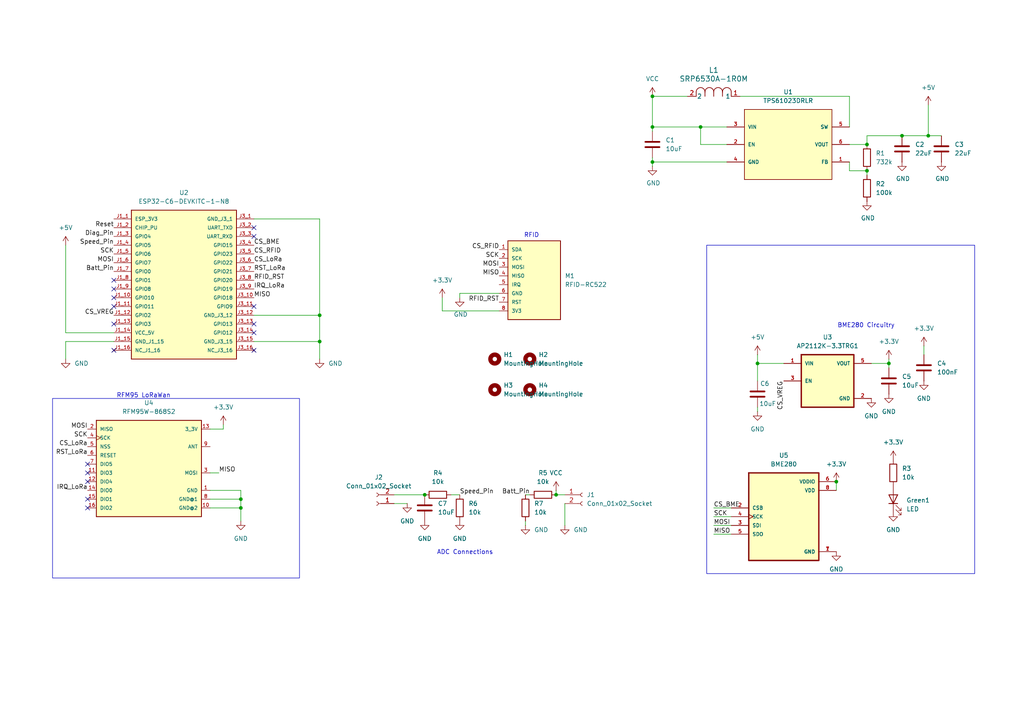
<source format=kicad_sch>
(kicad_sch (version 20250114) (generator "eeschema") (generator_version "9.0")
  (paper "A4")
  (lib_symbols
    (symbol "2026-01-14_17-50-11:SRP6530A-1R0M" (pin_names (offset 0.254))
      (property "Reference" "L" (at 6.985 5.08 0))
      (property "Value" "SRP6530A-1R0M" (at 6.985 -2.54 0))
      (symbol "SRP6530A-1R0M_1_1"
        (polyline (pts (xy 2.54 0) (xy 2.54 1.27)) (stroke (width 0.2032)))
        (arc (start 2.54 1.27) (mid 3.81 2.5344) (end 5.08 1.27) (stroke (width 0.2032)))
        (polyline (pts (xy 5.08 0) (xy 5.08 1.27)) (stroke (width 0.2032)))
        (arc (start 5.08 1.27) (mid 6.35 2.5344) (end 7.62 1.27) (stroke (width 0.2032)))
        (polyline (pts (xy 7.62 0) (xy 7.62 1.27)) (stroke (width 0.2032)))
        (arc (start 7.62 1.27) (mid 8.89 2.5344) (end 10.16 1.27) (stroke (width 0.2032)))
        (polyline (pts (xy 10.16 0) (xy 10.16 1.27)) (stroke (width 0.2032)))
        (arc (start 10.16 1.27) (mid 11.43 2.5344) (end 12.7 1.27) (stroke (width 0.2032)))
        (polyline (pts (xy 12.7 0) (xy 12.7 1.27)) (stroke (width 0.2032)))
        (pin unspecified line (at 0 0 0) (length 2.54) (name "2") (number "2"))
        (pin unspecified line (at 15.24 0 180) (length 2.54) (name "1") (number "1"))
      )
      (symbol "SRP6530A-1R0M_1_2"
        (arc (start -1.27 10.16) (mid -2.5344 11.43) (end -1.27 12.7) (stroke (width 0.2032)))
        (arc (start -1.27 7.62) (mid -2.5344 8.89) (end -1.27 10.16) (stroke (width 0.2032)))
        (arc (start -1.27 5.08) (mid -2.5344 6.35) (end -1.27 7.62) (stroke (width 0.2032)))
        (arc (start -1.27 2.54) (mid -2.5344 3.81) (end -1.27 5.08) (stroke (width 0.2032)))
        (polyline (pts (xy 0 12.7) (xy -1.27 12.7)) (stroke (width 0.2032)))
        (polyline (pts (xy 0 10.16) (xy -1.27 10.16)) (stroke (width 0.2032)))
        (polyline (pts (xy 0 7.62) (xy -1.27 7.62)) (stroke (width 0.2032)))
        (polyline (pts (xy 0 5.08) (xy -1.27 5.08)) (stroke (width 0.2032)))
        (polyline (pts (xy 0 2.54) (xy -1.27 2.54)) (stroke (width 0.2032)))
        (pin unspecified line (at 0 15.24 270) (length 2.54) (name "1") (number "1"))
        (pin unspecified line (at 0 0 90) (length 2.54) (name "2") (number "2"))
      )
    )
    (symbol "AP2112K-3.3TRG1:AP2112K-3.3TRG1" (pin_names (offset 1.016))
      (property "Reference" "U" (at -7.663 8.6476 0))
      (property "Value" "AP2112K-3.3TRG1" (at -7.6489 -11.6507 0))
      (symbol "AP2112K-3.3TRG1_0_0"
        (rectangle (start -7.62 -7.62) (end 7.62 7.62) (stroke (width 0.41)) (fill (type background)))
        (pin power_in line (at -12.7 5.08 0) (length 5.08) (name "VIN") (number "1"))
        (pin input line (at -12.7 0 0) (length 5.08) (name "EN") (number "3"))
        (pin power_in line (at 12.7 5.08 180) (length 5.08) (name "VOUT") (number "5"))
        (pin power_in line (at 12.7 -5.08 180) (length 5.08) (name "GND") (number "2"))
      )
    )
    (symbol "BME280:BME280" (pin_names (offset 1.016))
      (property "Reference" "U" (at -10.1662 13.3431 0))
      (property "Value" "BME280" (at -10.1683 -15.2524 0))
      (symbol "BME280_0_0"
        (rectangle (start -10.16 -12.7) (end 10.16 12.7) (stroke (width 0.4064)) (fill (type background)))
        (pin input line (at -15.24 2.54 0) (length 5.08) (name "CSB") (number "2"))
        (pin input clock (at -15.24 0 0) (length 5.08) (name "SCK") (number "4"))
        (pin bidirectional line (at -15.24 -2.54 0) (length 5.08) (name "SDI") (number "3"))
        (pin bidirectional line (at -15.24 -5.08 0) (length 5.08) (name "SDO") (number "5"))
        (pin power_in line (at 15.24 10.16 180) (length 5.08) (name "VDDIO") (number "6"))
        (pin power_in line (at 15.24 7.62 180) (length 5.08) (name "VDD") (number "8"))
        (pin power_in line (at 15.24 -10.16 180) (length 5.08) (name "GND") (number "1"))
        (pin power_in line (at 15.24 -10.16 180) (length 5.08) (name "GND") (number "7"))
      )
    )
    (symbol "Connector:Conn_01x02_Socket" (pin_names (offset 1.016) (hide yes))
      (property "Reference" "J" (at 0 2.54 0))
      (property "Value" "Conn_01x02_Socket" (at 0 -5.08 0))
      (symbol "Conn_01x02_Socket_1_1"
        (polyline (pts (xy -1.27 0) (xy -0.508 0)) (stroke (width 0.1524)))
        (polyline (pts (xy -1.27 -2.54) (xy -0.508 -2.54)) (stroke (width 0.1524)))
        (arc (start 0 -0.508) (mid -0.5058 0) (end 0 0.508) (stroke (width 0.1524)))
        (arc (start 0 -3.048) (mid -0.5058 -2.54) (end 0 -2.032) (stroke (width 0.1524)))
        (pin passive line (at -5.08 0 0) (length 3.81) (name "Pin_1") (number "1"))
        (pin passive line (at -5.08 -2.54 0) (length 3.81) (name "Pin_2") (number "2"))
      )
    )
    (symbol "Device:C" (pin_numbers (hide yes)) (pin_names (offset 0.254))
      (property "Reference" "C" (at 0.635 2.54 0))
      (property "Value" "C" (at 0.635 -2.54 0))
      (symbol "C_0_1"
        (polyline (pts (xy -2.032 0.762) (xy 2.032 0.762)) (stroke (width 0.508)))
        (polyline (pts (xy -2.032 -0.762) (xy 2.032 -0.762)) (stroke (width 0.508)))
      )
      (symbol "C_1_1"
        (pin passive line (at 0 3.81 270) (length 2.794) (name "~") (number "1"))
        (pin passive line (at 0 -3.81 90) (length 2.794) (name "~") (number "2"))
      )
    )
    (symbol "Device:LED" (pin_numbers (hide yes)) (pin_names (offset 1.016) (hide yes))
      (property "Reference" "D" (at 0 2.54 0))
      (property "Value" "LED" (at 0 -2.54 0))
      (symbol "LED_0_1"
        (polyline (pts (xy -3.048 -0.762) (xy -4.572 -2.286) (xy -3.81 -2.286) (xy -4.572 -2.286) (xy -4.572 -1.524)))
        (polyline (pts (xy -1.778 -0.762) (xy -3.302 -2.286) (xy -2.54 -2.286) (xy -3.302 -2.286) (xy -3.302 -1.524)))
        (polyline (pts (xy -1.27 0) (xy 1.27 0)))
        (polyline (pts (xy -1.27 -1.27) (xy -1.27 1.27)) (stroke (width 0.254)))
        (polyline (pts (xy 1.27 -1.27) (xy 1.27 1.27) (xy -1.27 0) (xy 1.27 -1.27)) (stroke (width 0.254)))
      )
      (symbol "LED_1_1"
        (pin passive line (at -3.81 0 0) (length 2.54) (name "K") (number "1"))
        (pin passive line (at 3.81 0 180) (length 2.54) (name "A") (number "2"))
      )
    )
    (symbol "Device:R" (pin_numbers (hide yes)) (pin_names (offset 0))
      (property "Reference" "R" (at 2.032 0 90))
      (property "Value" "R" (at 0 0 90))
      (symbol "R_0_1"
        (rectangle (start -1.016 -2.54) (end 1.016 2.54) (stroke (width 0.254)))
      )
      (symbol "R_1_1"
        (pin passive line (at 0 3.81 270) (length 1.27) (name "~") (number "1"))
        (pin passive line (at 0 -3.81 90) (length 1.27) (name "~") (number "2"))
      )
    )
    (symbol "ESP32-C6-DEVKITC-1-N8:ESP32-C6-DEVKITC-1-N8" (pin_names (offset 1.016))
      (property "Reference" "U" (at -15.24 23.622 0))
      (property "Value" "ESP32-C6-DEVKITC-1-N8" (at -15.24 -22.86 0))
      (symbol "ESP32-C6-DEVKITC-1-N8_0_0"
        (rectangle (start -15.24 -20.32) (end 15.24 22.86) (stroke (width 0.254)) (fill (type background)))
        (pin power_in line (at -20.32 20.32 0) (length 5.08) (name "ESP_3V3") (number "J1_1"))
        (pin input line (at -20.32 17.78 0) (length 5.08) (name "CHIP_PU") (number "J1_2"))
        (pin bidirectional line (at -20.32 15.24 0) (length 5.08) (name "GPIO4") (number "J1_3"))
        (pin bidirectional line (at -20.32 12.7 0) (length 5.08) (name "GPIO5") (number "J1_4"))
        (pin bidirectional line (at -20.32 10.16 0) (length 5.08) (name "GPIO6") (number "J1_5"))
        (pin bidirectional line (at -20.32 7.62 0) (length 5.08) (name "GPIO7") (number "J1_6"))
        (pin bidirectional line (at -20.32 5.08 0) (length 5.08) (name "GPIO0") (number "J1_7"))
        (pin bidirectional line (at -20.32 2.54 0) (length 5.08) (name "GPIO1") (number "J1_8"))
        (pin bidirectional line (at -20.32 0 0) (length 5.08) (name "GPIO8") (number "J1_9"))
        (pin bidirectional line (at -20.32 -2.54 0) (length 5.08) (name "GPIO10") (number "J1_10"))
        (pin bidirectional line (at -20.32 -5.08 0) (length 5.08) (name "GPIO11") (number "J1_11"))
        (pin bidirectional line (at -20.32 -7.62 0) (length 5.08) (name "GPIO2") (number "J1_12"))
        (pin bidirectional line (at -20.32 -10.16 0) (length 5.08) (name "GPIO3") (number "J1_13"))
        (pin power_in line (at -20.32 -12.7 0) (length 5.08) (name "VCC_5V") (number "J1_14"))
        (pin power_in line (at -20.32 -15.24 0) (length 5.08) (name "GND_J1_15") (number "J1_15"))
        (pin no_connect line (at -20.32 -17.78 0) (length 5.08) (name "NC_J1_16") (number "J1_16"))
        (pin power_in line (at 20.32 20.32 180) (length 5.08) (name "GND_J3_1") (number "J3_1"))
        (pin bidirectional line (at 20.32 17.78 180) (length 5.08) (name "UART_TXD") (number "J3_2"))
        (pin bidirectional line (at 20.32 15.24 180) (length 5.08) (name "UART_RXD") (number "J3_3"))
        (pin bidirectional line (at 20.32 12.7 180) (length 5.08) (name "GPIO15") (number "J3_4"))
        (pin bidirectional line (at 20.32 10.16 180) (length 5.08) (name "GPIO23") (number "J3_5"))
        (pin bidirectional line (at 20.32 7.62 180) (length 5.08) (name "GPIO22") (number "J3_6"))
        (pin bidirectional line (at 20.32 5.08 180) (length 5.08) (name "GPIO21") (number "J3_7"))
        (pin bidirectional line (at 20.32 2.54 180) (length 5.08) (name "GPIO20") (number "J3_8"))
        (pin bidirectional line (at 20.32 0 180) (length 5.08) (name "GPIO19") (number "J3_9"))
        (pin bidirectional line (at 20.32 -2.54 180) (length 5.08) (name "GPIO18") (number "J3_10"))
        (pin bidirectional line (at 20.32 -5.08 180) (length 5.08) (name "GPIO9") (number "J3_11"))
        (pin power_in line (at 20.32 -7.62 180) (length 5.08) (name "GND_J3_12") (number "J3_12"))
        (pin bidirectional line (at 20.32 -10.16 180) (length 5.08) (name "GPIO13") (number "J3_13"))
        (pin bidirectional line (at 20.32 -12.7 180) (length 5.08) (name "GPIO12") (number "J3_14"))
        (pin power_in line (at 20.32 -15.24 180) (length 5.08) (name "GND_J3_15") (number "J3_15"))
        (pin no_connect line (at 20.32 -17.78 180) (length 5.08) (name "NC_J3_16") (number "J3_16"))
      )
    )
    (symbol "Mechanical:MountingHole" (pin_names (offset 1.016)) (exclude_from_sim yes) (in_bom no)
      (property "Reference" "H" (at 0 5.08 0))
      (property "Value" "MountingHole" (at 0 3.175 0))
      (symbol "MountingHole_0_1"
        (circle (center 0 0) (radius 1.27) (stroke (width 1.27)))
      )
    )
    (symbol "RFID-RC522:RFID-RC522" (pin_names (offset 1.016))
      (property "Reference" "M" (at -7.62 10.922 0))
      (symbol "RFID-RC522_0_0"
        (rectangle (start -7.62 -12.7) (end 7.62 10.16) (stroke (width 0.254)) (fill (type background)))
        (pin bidirectional line (at -10.16 7.62 0) (length 2.54) (name "SDA") (number "1"))
        (pin bidirectional line (at -10.16 5.08 0) (length 2.54) (name "SCK") (number "2"))
        (pin bidirectional line (at -10.16 2.54 0) (length 2.54) (name "MOSI") (number "3"))
        (pin bidirectional line (at -10.16 0 0) (length 2.54) (name "MISO") (number "4"))
        (pin bidirectional line (at -10.16 -2.54 0) (length 2.54) (name "IRQ") (number "5"))
        (pin bidirectional line (at -10.16 -5.08 0) (length 2.54) (name "GND") (number "6"))
        (pin bidirectional line (at -10.16 -7.62 0) (length 2.54) (name "RST") (number "7"))
        (pin bidirectional line (at -10.16 -10.16 0) (length 2.54) (name "3V3") (number "8"))
      )
    )
    (symbol "RFM95W-868S2:RFM95W-868S2" (pin_names (offset 1.016))
      (property "Reference" "U" (at -15.2563 13.9849 0))
      (property "Value" "RFM95W-868S2" (at -15.265 -17.8092 0))
      (symbol "RFM95W-868S2_0_0"
        (rectangle (start -15.24 -15.24) (end 15.24 12.7) (stroke (width 0.254)) (fill (type background)))
        (pin input line (at -17.78 10.16 0) (length 2.54) (name "MISO") (number "2"))
        (pin input clock (at -17.78 7.62 0) (length 2.54) (name "SCK") (number "4"))
        (pin input line (at -17.78 5.08 0) (length 2.54) (name "NSS") (number "5"))
        (pin bidirectional line (at -17.78 2.54 0) (length 2.54) (name "RESET") (number "6"))
        (pin bidirectional line (at -17.78 0 0) (length 2.54) (name "DIO5") (number "7"))
        (pin bidirectional line (at -17.78 -2.54 0) (length 2.54) (name "DIO3") (number "11"))
        (pin bidirectional line (at -17.78 -5.08 0) (length 2.54) (name "DIO4") (number "12"))
        (pin bidirectional line (at -17.78 -7.62 0) (length 2.54) (name "DIO0") (number "14"))
        (pin bidirectional line (at -17.78 -10.16 0) (length 2.54) (name "DIO1") (number "15"))
        (pin bidirectional line (at -17.78 -12.7 0) (length 2.54) (name "DIO2") (number "16"))
        (pin power_in line (at 17.78 10.16 180) (length 2.54) (name "3_3V") (number "13"))
        (pin passive line (at 17.78 5.08 180) (length 2.54) (name "ANT") (number "9"))
        (pin output line (at 17.78 -2.54 180) (length 2.54) (name "MOSI") (number "3"))
        (pin power_in line (at 17.78 -7.62 180) (length 2.54) (name "GND") (number "1"))
        (pin power_in line (at 17.78 -10.16 180) (length 2.54) (name "GND@1") (number "8"))
        (pin power_in line (at 17.78 -12.7 180) (length 2.54) (name "GND@2") (number "10"))
      )
    )
    (symbol "TPS61023DRLR:TPS61023DRLR" (pin_names (offset 1.016))
      (property "Reference" "U" (at -4.7244 1.4986 0))
      (property "Value" "TPS61023DRLR" (at -5.3594 -1.0414 0))
      (symbol "TPS61023DRLR_0_0"
        (rectangle (start -12.7 -10.16) (end 12.7 10.16) (stroke (width 0.2032)) (fill (type background)))
        (pin power_in line (at -17.78 5.08 0) (length 5.08) (name "VIN") (number "3"))
        (pin input line (at -17.78 0 0) (length 5.08) (name "EN") (number "2"))
        (pin power_in line (at -17.78 -5.08 0) (length 5.08) (name "GND") (number "4"))
        (pin power_in line (at 17.78 5.08 180) (length 5.08) (name "SW") (number "5"))
        (pin power_in line (at 17.78 0 180) (length 5.08) (name "VOUT") (number "6"))
        (pin input line (at 17.78 -5.08 180) (length 5.08) (name "FB") (number "1"))
      )
    )
    (symbol "power:+3.3V" (power) (pin_numbers (hide yes)) (pin_names (offset 0) (hide yes))
      (property "Value" "+3.3V" (at 0 3.556 0))
      (symbol "+3.3V_0_1"
        (polyline (pts (xy -0.762 1.27) (xy 0 2.54)))
        (polyline (pts (xy 0 2.54) (xy 0.762 1.27)))
        (polyline (pts (xy 0 0) (xy 0 2.54)))
      )
      (symbol "+3.3V_1_1"
        (pin power_in line (at 0 0 90) (length 0) (name "~") (number "1"))
      )
    )
    (symbol "power:+BATT" (power) (pin_numbers (hide yes)) (pin_names (offset 0) (hide yes))
      (property "Value" "+BATT" (at 0 3.556 0))
      (symbol "+BATT_0_1"
        (polyline (pts (xy -0.762 1.27) (xy 0 2.54)))
        (polyline (pts (xy 0 2.54) (xy 0.762 1.27)))
        (polyline (pts (xy 0 0) (xy 0 2.54)))
      )
      (symbol "+BATT_1_1"
        (pin power_in line (at 0 0 90) (length 0) (name "~") (number "1"))
      )
    )
    (symbol "power:GND" (power) (pin_numbers (hide yes)) (pin_names (offset 0) (hide yes))
      (property "Value" "GND" (at 0 -3.81 0))
      (symbol "GND_0_1"
        (polyline (pts (xy 0 0) (xy 0 -1.27) (xy 1.27 -1.27) (xy 0 -2.54) (xy -1.27 -1.27) (xy 0 -1.27)))
      )
      (symbol "GND_1_1"
        (pin power_in line (at 0 0 270) (length 0) (name "~") (number "1"))
      )
    )
  )
  (rectangle (start 15.24 115.57) (end 86.868 167.64))
  (rectangle (start 204.978 71.12) (end 282.702 166.37))
  (text "ADC Connections" (at 134.874 160.274 0) (effects (font (size 1.27 1.27))))
  (text "BME280 Circuitry" (at 251.206 94.488 0) (effects (font (size 1.27 1.27))))
  (text "RFM95 LoRaWan" (at 41.656 114.808 0) (effects (font (size 1.27 1.27))))
  (text "RFID" (at 154.178 68.326 0) (effects (font (size 1.27 1.27))))
  (junction (at 261.62 39.37))
  (junction (at 189.23 46.99))
  (junction (at 219.71 105.41))
  (junction (at 189.23 36.83))
  (junction (at 161.29 143.51))
  (junction (at 269.24 39.37))
  (junction (at 92.71 91.44))
  (junction (at 189.23 27.94))
  (junction (at 242.57 139.7))
  (junction (at 251.46 41.91))
  (junction (at 69.85 144.78))
  (junction (at 123.19 143.51))
  (junction (at 203.2 36.83))
  (junction (at 69.85 147.32))
  (junction (at 92.71 99.06))
  (junction (at 251.46 49.53))
  (junction (at 257.81 105.41))
  (no_connect (at 73.66 66.04))
  (no_connect (at 25.4 139.7))
  (no_connect (at 33.02 83.82))
  (no_connect (at 25.4 144.78))
  (no_connect (at 33.02 86.36))
  (no_connect (at 73.66 88.9))
  (no_connect (at 73.66 96.52))
  (no_connect (at 33.02 93.98))
  (no_connect (at 73.66 93.98))
  (no_connect (at 25.4 147.32))
  (no_connect (at 73.66 68.58))
  (no_connect (at 33.02 81.28))
  (no_connect (at 25.4 137.16))
  (no_connect (at 73.66 101.6))
  (no_connect (at 33.02 101.6))
  (no_connect (at 33.02 88.9))
  (no_connect (at 25.4 134.62))
  (wire (pts (xy 189.23 27.94) (xy 199.39 27.94)))
  (wire (pts (xy 161.29 143.51) (xy 163.83 143.51)))
  (wire (pts (xy 269.24 30.48) (xy 269.24 39.37)))
  (wire (pts (xy 246.38 46.99) (xy 246.38 49.53)))
  (wire (pts (xy 219.71 105.41) (xy 219.71 102.87)))
  (wire (pts (xy 269.24 39.37) (xy 261.62 39.37)))
  (wire (pts (xy 267.97 102.87) (xy 267.97 100.33)))
  (wire (pts (xy 60.96 142.24) (xy 69.85 142.24)))
  (wire (pts (xy 92.71 63.5) (xy 92.71 91.44)))
  (wire (pts (xy 219.71 105.41) (xy 219.71 110.49)))
  (wire (pts (xy 69.85 147.32) (xy 69.85 151.13)))
  (wire (pts (xy 257.81 105.41) (xy 257.81 104.14)))
  (wire (pts (xy 60.96 124.46) (xy 64.77 124.46)))
  (wire (pts (xy 133.35 86.36) (xy 133.35 85.09)))
  (wire (pts (xy 133.35 85.09) (xy 144.78 85.09)))
  (wire (pts (xy 69.85 142.24) (xy 69.85 144.78)))
  (wire (pts (xy 128.27 90.17) (xy 144.78 90.17)))
  (wire (pts (xy 19.05 96.52) (xy 33.02 96.52)))
  (wire (pts (xy 246.38 27.94) (xy 246.38 36.83)))
  (wire (pts (xy 114.3 146.05) (xy 118.11 146.05)))
  (wire (pts (xy 152.4 143.51) (xy 153.67 143.51)))
  (wire (pts (xy 114.3 143.51) (xy 123.19 143.51)))
  (wire (pts (xy 63.5 137.16) (xy 60.96 137.16)))
  (wire (pts (xy 219.71 105.41) (xy 227.33 105.41)))
  (wire (pts (xy 214.63 27.94) (xy 246.38 27.94)))
  (wire (pts (xy 246.38 49.53) (xy 251.46 49.53)))
  (wire (pts (xy 219.71 119.38) (xy 219.71 118.11)))
  (wire (pts (xy 130.81 143.51) (xy 133.35 143.51)))
  (wire (pts (xy 163.83 152.4) (xy 163.83 146.05)))
  (wire (pts (xy 69.85 144.78) (xy 69.85 147.32)))
  (wire (pts (xy 210.82 41.91) (xy 203.2 41.91)))
  (wire (pts (xy 203.2 41.91) (xy 203.2 36.83)))
  (wire (pts (xy 210.82 46.99) (xy 189.23 46.99)))
  (wire (pts (xy 60.96 144.78) (xy 69.85 144.78)))
  (wire (pts (xy 33.02 99.06) (xy 19.05 99.06)))
  (wire (pts (xy 207.01 152.4) (xy 212.09 152.4)))
  (wire (pts (xy 128.27 86.36) (xy 128.27 90.17)))
  (wire (pts (xy 64.77 123.19) (xy 64.77 124.46)))
  (wire (pts (xy 73.66 99.06) (xy 92.71 99.06)))
  (wire (pts (xy 189.23 46.99) (xy 189.23 48.26)))
  (wire (pts (xy 251.46 49.53) (xy 251.46 50.8)))
  (wire (pts (xy 92.71 91.44) (xy 92.71 99.06)))
  (wire (pts (xy 207.01 154.94) (xy 212.09 154.94)))
  (wire (pts (xy 251.46 39.37) (xy 251.46 41.91)))
  (wire (pts (xy 92.71 99.06) (xy 92.71 104.14)))
  (wire (pts (xy 189.23 27.94) (xy 189.23 36.83)))
  (wire (pts (xy 207.01 149.86) (xy 212.09 149.86)))
  (wire (pts (xy 242.57 139.7) (xy 242.57 142.24)))
  (wire (pts (xy 246.38 41.91) (xy 251.46 41.91)))
  (wire (pts (xy 189.23 45.72) (xy 189.23 46.99)))
  (wire (pts (xy 73.66 91.44) (xy 92.71 91.44)))
  (wire (pts (xy 73.66 63.5) (xy 92.71 63.5)))
  (wire (pts (xy 19.05 99.06) (xy 19.05 104.14)))
  (wire (pts (xy 273.05 39.37) (xy 269.24 39.37)))
  (wire (pts (xy 261.62 39.37) (xy 251.46 39.37)))
  (wire (pts (xy 203.2 36.83) (xy 210.82 36.83)))
  (wire (pts (xy 152.4 151.13) (xy 152.4 152.4)))
  (wire (pts (xy 19.05 71.12) (xy 19.05 96.52)))
  (wire (pts (xy 207.01 147.32) (xy 212.09 147.32)))
  (wire (pts (xy 60.96 147.32) (xy 69.85 147.32)))
  (wire (pts (xy 189.23 36.83) (xy 189.23 38.1)))
  (wire (pts (xy 252.73 105.41) (xy 257.81 105.41)))
  (wire (pts (xy 189.23 36.83) (xy 203.2 36.83)))
  (wire (pts (xy 257.81 106.68) (xy 257.81 105.41)))
  (wire (pts (xy 161.29 142.24) (xy 161.29 143.51)))
  (label "Reset" (at 33.02 66.04 180))
  (label "MISO" (at 207.01 154.94 0))
  (label "Diag_Pin" (at 33.02 68.58 180))
  (label "CS_LoRa" (at 25.4 129.54 180))
  (label "MOSI" (at 144.78 77.47 180))
  (label "MOSI" (at 25.4 124.46 180))
  (label "CS_BME" (at 73.66 71.12 0))
  (label "Speed_Pin" (at 33.02 71.12 180))
  (label "Batt_Pin" (at 153.67 143.51 180))
  (label "MISO" (at 63.5 137.16 0))
  (label "RST_LoRa" (at 25.4 132.08 180))
  (label "CS_BME" (at 207.01 147.32 0))
  (label "SCK" (at 33.02 73.66 180))
  (label "RFID_RST" (at 73.66 81.28 0))
  (label "RST_LoRa" (at 73.66 78.74 0))
  (label "Batt_Pin" (at 33.02 78.74 180))
  (label "SCK" (at 25.4 127 180))
  (label "IRQ_LoRa" (at 73.66 83.82 0))
  (label "Speed_Pin" (at 133.35 143.51 0))
  (label "CS_VREG" (at 227.33 110.49 270))
  (label "RFID_RST" (at 144.78 87.63 180))
  (label "CS_LoRa" (at 73.66 76.2 0))
  (label "SCK" (at 207.01 149.86 0))
  (label "SCK" (at 144.78 74.93 180))
  (label "MISO" (at 73.66 86.36 0))
  (label "CS_RFID" (at 144.78 72.39 180))
  (label "MISO" (at 144.78 80.01 180))
  (label "IRQ_LoRa" (at 25.4 142.24 180))
  (label "CS_VREG" (at 33.02 91.44 180))
  (label "CS_RFID" (at 73.66 73.66 0))
  (label "MOSI" (at 33.02 76.2 180))
  (label "MOSI" (at 207.01 152.4 0))
  (symbol (lib_id "power:+BATT") (at 269.24 30.48 0) (unit 1)
    (property "Reference" "#PWR02" (effects (hide yes)))
    (property "Value" "+5V" (at 269.24 25.4 0))
    (property "Description" "Power symbol creates a global label with name \"+BATT\"" (effects (hide yes)))
  )
  (symbol (lib_id "power:GND") (at 251.46 58.42 0) (unit 1)
    (property "Reference" "#PWR06" (effects (hide yes)))
    (property "Value" "GND" (at 249.682 63.246 0) (effects (justify left)))
    (property "Description" "Power symbol creates a global label with name \"GND\" , ground" (effects (hide yes)))
  )
  (symbol (lib_id "Device:C") (at 123.19 147.32 0) (unit 1)
    (property "Reference" "C7" (at 127 146.0499 0) (effects (justify left)))
    (property "Value" "10uF" (at 127 148.5899 0) (effects (justify left)))
    (property "Footprint" "Capacitor_SMD:C_0603_1608Metric" (effects (hide yes)))
    (property "Description" "Unpolarized capacitor" (effects (hide yes)))
  )
  (symbol (lib_id "power:GND") (at 163.83 152.4 0) (unit 1)
    (property "Reference" "#PWR029" (effects (hide yes)))
    (property "Value" "GND" (at 166.37 153.6699 0) (effects (justify left)))
    (property "Description" "Power symbol creates a global label with name \"GND\" , ground" (effects (hide yes)))
  )
  (symbol (lib_id "power:GND") (at 242.57 160.02 0) (unit 1)
    (property "Reference" "#PWR030" (effects (hide yes)))
    (property "Value" "GND" (at 242.57 165.1 0))
    (property "Description" "Power symbol creates a global label with name \"GND\" , ground" (effects (hide yes)))
  )
  (symbol (lib_id "Mechanical:MountingHole") (at 143.51 113.03 0) (unit 1) (exclude_from_sim yes) (in_bom no)
    (property "Reference" "H3" (at 146.05 111.7599 0) (effects (justify left)))
    (property "Value" "MountingHole" (at 146.05 114.2999 0) (effects (justify left)))
    (property "Footprint" "MountingHole:MountingHole_3.2mm_M3" (effects (hide yes)))
    (property "Description" "Mounting Hole without connection" (effects (hide yes)))
  )
  (symbol (lib_id "power:GND") (at 133.35 86.36 0) (unit 1)
    (property "Reference" "#PWR09" (effects (hide yes)))
    (property "Value" "GND" (at 131.572 91.186 0) (effects (justify left)))
    (property "Description" "Power symbol creates a global label with name \"GND\" , ground" (effects (hide yes)))
  )
  (symbol (lib_id "2026-01-14_17-50-11:SRP6530A-1R0M") (at 199.39 27.94 0) (unit 1)
    (property "Reference" "L1" (at 207.01 20.32 0) (effects (font (size 1.524 1.524))))
    (property "Value" "SRP6530A-1R0M" (at 207.01 22.86 0) (effects (font (size 1.524 1.524))))
    (property "Footprint" "Inductor_SMD_Wurth:L_Wurth_WE-LQSH-3012" (effects (hide yes)))
    (property "Datasheet" "SRP6530A-1R0M" (effects (hide yes)))
  )
  (symbol (lib_id "Device:LED") (at 259.08 144.78 90) (unit 1)
    (property "Reference" "Green1" (at 262.89 145.0974 90) (effects (justify right)))
    (property "Value" "LED" (at 262.89 147.6374 90) (effects (justify right)))
    (property "Footprint" "Capacitor_SMD:C_0603_1608Metric" (effects (hide yes)))
    (property "Description" "Light emitting diode" (effects (hide yes)))
  )
  (symbol (lib_id "Mechanical:MountingHole") (at 143.51 104.14 0) (unit 1) (exclude_from_sim yes) (in_bom no)
    (property "Reference" "H1" (at 146.05 102.8699 0) (effects (justify left)))
    (property "Value" "MountingHole" (at 146.05 105.4099 0) (effects (justify left)))
    (property "Footprint" "MountingHole:MountingHole_3.2mm_M3" (effects (hide yes)))
    (property "Description" "Mounting Hole without connection" (effects (hide yes)))
  )
  (symbol (lib_id "ESP32-C6-DEVKITC-1-N8:ESP32-C6-DEVKITC-1-N8") (at 53.34 83.82 0) (unit 1)
    (property "Reference" "U2" (at 53.34 55.88 0))
    (property "Value" "ESP32-C6-DEVKITC-1-N8" (at 53.34 58.42 0))
    (property "Footprint" "CADs:MODULE_ESP32-C6-DEVKITC-1-N8" (effects (hide yes)))
    (property "MF" "Espressif Systems" (effects (hide yes)))
    (property "Description_1" "The ESP32-C6-DEVKITC-1-N8 from Espressif Systems is a development board designed for RF, RFID, and wireless applications. Built around the ESP32-C6-WROOM-1 module, it supports multiple connectivity options including 802.11 b/g/n/ax Wi-Fi, Bluetooth® (BLE), and 802.15.4 for Thread and Zigbee® protocols. The board is powered by the ESP32-C6 chip with 8MB SPI flash, offering advanced processing power and efficient memory management. It features GPIO ports for extensive interfacing, along with a USB Type-C™ to UART port for power and communication. The board also includes a USB-to-UART bridge, pin header, and boot/reset buttons, operating at 3.3V with a 5V to 3.3V power regulator. This development board is ideal for exploring a wide range of wireless applications, including IoT, smart home devices, and RF communication projects." (effects (hide yes)))
    (property "Package" "None" (effects (hide yes)))
    (property "Price" "None" (effects (hide yes)))
    (property "Check_prices" "https://www.snapeda.com/parts/ESP32-C6-DEVKITC-1-N8/Espressif+Systems/view-part/?ref=eda" (effects (hide yes)))
    (property "STANDARD" "Manufacturer Recommendations" (effects (hide yes)))
    (property "PARTREV" "1.3" (effects (hide yes)))
    (property "SnapEDA_Link" "https://www.snapeda.com/parts/ESP32-C6-DEVKITC-1-N8/Espressif+Systems/view-part/?ref=snap" (effects (hide yes)))
    (property "MP" "ESP32-C6-DEVKITC-1-N8" (effects (hide yes)))
    (property "Availability" "In Stock" (effects (hide yes)))
    (property "MANUFACTURER" "Espressif Systems" (effects (hide yes)))
  )
  (symbol (lib_id "power:GND") (at 118.11 146.05 0) (unit 1)
    (property "Reference" "#PWR023" (effects (hide yes)))
    (property "Value" "GND" (at 118.11 151.13 0))
    (property "Description" "Power symbol creates a global label with name \"GND\" , ground" (effects (hide yes)))
  )
  (symbol (lib_id "power:GND") (at 219.71 119.38 0) (unit 1)
    (property "Reference" "#PWR018" (effects (hide yes)))
    (property "Value" "GND" (at 219.71 124.46 0))
    (property "Description" "Power symbol creates a global label with name \"GND\" , ground" (effects (hide yes)))
  )
  (symbol (lib_id "Mechanical:MountingHole") (at 153.67 104.14 0) (unit 1) (exclude_from_sim yes) (in_bom no)
    (property "Reference" "H2" (at 156.21 102.8699 0) (effects (justify left)))
    (property "Value" "MountingHole" (at 156.21 105.4099 0) (effects (justify left)))
    (property "Footprint" "MountingHole:MountingHole_3.2mm_M3" (effects (hide yes)))
    (property "Description" "Mounting Hole without connection" (effects (hide yes)))
  )
  (symbol (lib_id "Device:R") (at 127 143.51 90) (unit 1)
    (property "Reference" "R4" (at 127 137.16 90))
    (property "Value" "10k" (at 127 139.7 90))
    (property "Footprint" "Capacitor_SMD:C_0603_1608Metric" (effects (hide yes)))
    (property "Description" "Resistor" (effects (hide yes)))
  )
  (symbol (lib_id "Device:R") (at 251.46 54.61 180) (unit 1)
    (property "Reference" "R2" (at 254 53.3399 0) (effects (justify right)))
    (property "Value" "100k" (at 254 55.8799 0) (effects (justify right)))
    (property "Footprint" "Capacitor_SMD:C_0603_1608Metric" (effects (hide yes)))
    (property "Description" "Resistor" (effects (hide yes)))
  )
  (symbol (lib_id "power:+BATT") (at 19.05 71.12 0) (unit 1)
    (property "Reference" "#PWR07" (effects (hide yes)))
    (property "Value" "+5V" (at 19.05 66.04 0))
    (property "Description" "Power symbol creates a global label with name \"+BATT\"" (effects (hide yes)))
  )
  (symbol (lib_id "power:GND") (at 273.05 46.99 0) (unit 1)
    (property "Reference" "#PWR04" (effects (hide yes)))
    (property "Value" "GND" (at 271.272 51.816 0) (effects (justify left)))
    (property "Description" "Power symbol creates a global label with name \"GND\" , ground" (effects (hide yes)))
  )
  (symbol (lib_id "power:+BATT") (at 161.29 142.24 0) (unit 1)
    (property "Reference" "#PWR022" (effects (hide yes)))
    (property "Value" "VCC" (at 161.29 137.16 0))
    (property "Description" "Power symbol creates a global label with name \"+BATT\"" (effects (hide yes)))
  )
  (symbol (lib_id "Device:C") (at 261.62 43.18 0) (unit 1)
    (property "Reference" "C2" (at 265.43 41.9099 0) (effects (justify left)))
    (property "Value" "22uF" (at 265.43 44.4499 0) (effects (justify left)))
    (property "Footprint" "Capacitor_SMD:C_0603_1608Metric" (effects (hide yes)))
    (property "Description" "Unpolarized capacitor" (effects (hide yes)))
  )
  (symbol (lib_id "power:GND") (at 189.23 48.26 0) (unit 1)
    (property "Reference" "#PWR05" (effects (hide yes)))
    (property "Value" "GND" (at 187.452 53.086 0) (effects (justify left)))
    (property "Description" "Power symbol creates a global label with name \"GND\" , ground" (effects (hide yes)))
  )
  (symbol (lib_id "Device:C") (at 257.81 110.49 0) (unit 1)
    (property "Reference" "C5" (at 261.62 109.2199 0) (effects (justify left)))
    (property "Value" "10uF" (at 261.62 111.7599 0) (effects (justify left)))
    (property "Footprint" "Capacitor_SMD:C_0603_1608Metric" (effects (hide yes)))
    (property "Description" "Unpolarized capacitor" (effects (hide yes)))
  )
  (symbol (lib_id "Device:R") (at 152.4 147.32 0) (unit 1)
    (property "Reference" "R7" (at 154.94 146.0499 0) (effects (justify left)))
    (property "Value" "10k" (at 154.94 148.5899 0) (effects (justify left)))
    (property "Footprint" "Capacitor_SMD:C_0603_1608Metric" (effects (hide yes)))
    (property "Description" "Resistor" (effects (hide yes)))
  )
  (symbol (lib_id "power:GND") (at 123.19 151.13 0) (unit 1)
    (property "Reference" "#PWR026" (effects (hide yes)))
    (property "Value" "GND" (at 123.19 156.21 0))
    (property "Description" "Power symbol creates a global label with name \"GND\" , ground" (effects (hide yes)))
  )
  (symbol (lib_id "Device:C") (at 267.97 106.68 0) (unit 1)
    (property "Reference" "C4" (at 271.78 105.4099 0) (effects (justify left)))
    (property "Value" "100nF" (at 271.78 107.9499 0) (effects (justify left)))
    (property "Footprint" "Capacitor_SMD:C_0603_1608Metric" (effects (hide yes)))
    (property "Description" "Unpolarized capacitor" (effects (hide yes)))
  )
  (symbol (lib_id "power:GND") (at 267.97 110.49 0) (unit 1)
    (property "Reference" "#PWR015" (effects (hide yes)))
    (property "Value" "GND" (at 267.97 115.57 0))
    (property "Description" "Power symbol creates a global label with name \"GND\" , ground" (effects (hide yes)))
  )
  (symbol (lib_id "power:GND") (at 19.05 104.14 0) (unit 1)
    (property "Reference" "#PWR012" (effects (hide yes)))
    (property "Value" "GND" (at 21.59 105.4099 0) (effects (justify left)))
    (property "Description" "Power symbol creates a global label with name \"GND\" , ground" (effects (hide yes)))
  )
  (symbol (lib_id "power:GND") (at 261.62 46.99 0) (unit 1)
    (property "Reference" "#PWR03" (effects (hide yes)))
    (property "Value" "GND" (at 259.842 51.816 0) (effects (justify left)))
    (property "Description" "Power symbol creates a global label with name \"GND\" , ground" (effects (hide yes)))
  )
  (symbol (lib_id "power:GND") (at 92.71 104.14 0) (unit 1)
    (property "Reference" "#PWR013" (effects (hide yes)))
    (property "Value" "GND" (at 95.25 105.4099 0) (effects (justify left)))
    (property "Description" "Power symbol creates a global label with name \"GND\" , ground" (effects (hide yes)))
  )
  (symbol (lib_id "BME280:BME280") (at 227.33 149.86 0) (unit 1)
    (property "Reference" "U5" (at 227.33 132.08 0))
    (property "Value" "BME280" (at 227.33 134.62 0))
    (property "Footprint" "CADs:PSON65P250X250X100-8N" (effects (hide yes)))
    (property "MF" "Bosch" (effects (hide yes)))
    (property "DESCRIPTION" "Integrated pressure, humidity and temperature sensor; 8-pin 2.5x2.5x0.93mm LGA" (effects (hide yes)))
    (property "PACKAGE" "LGA-8 Bosch" (effects (hide yes)))
    (property "PRICE" "4.94 USD" (effects (hide yes)))
    (property "Package" "LGA-8 Bosch" (effects (hide yes)))
    (property "Check_prices" "https://www.snapeda.com/parts/BME280/Bosch/view-part/?ref=eda" (effects (hide yes)))
    (property "STANDARD" "IPC-7351B" (effects (hide yes)))
    (property "SnapEDA_Link" "https://www.snapeda.com/parts/BME280/Bosch/view-part/?ref=snap" (effects (hide yes)))
    (property "MP" "BME280" (effects (hide yes)))
    (property "Price" "None" (effects (hide yes)))
    (property "Availability" "In Stock" (effects (hide yes)))
    (property "AVAILABILITY" "Good" (effects (hide yes)))
    (property "Description_1" "\n                        \n                            Board Mount Humidity Sensors MEMS humidity, pressure and temperature sensor\n                        \n" (effects (hide yes)))
  )
  (symbol (lib_id "power:+3.3V") (at 64.77 123.19 0) (unit 1)
    (property "Reference" "#PWR019" (effects (hide yes)))
    (property "Value" "+3.3V" (at 64.77 118.11 0))
    (property "Description" "Power symbol creates a global label with name \"+3.3V\"" (effects (hide yes)))
  )
  (symbol (lib_id "TPS61023DRLR:TPS61023DRLR") (at 228.6 41.91 0) (unit 1)
    (property "Reference" "U1" (at 228.6 26.67 0))
    (property "Value" "TPS61023DRLR" (at 228.6 29.21 0))
    (property "Footprint" "Filtsureprints:DRL0006A" (effects (hide yes)))
    (property "MF" "Texas Instruments" (effects (hide yes)))
    (property "Description_1" "3.7-A boost converter with 0.5-V ultra-low input voltage" (effects (hide yes)))
    (property "COPYRIGHT" "Copyright (C) 2022 Ultra Librarian. All rights reserved." (effects (hide yes)))
    (property "Package" "SOT-5X3-6 Texas Instruments" (effects (hide yes)))
    (property "Price" "None" (effects (hide yes)))
    (property "Check_prices" "https://www.snapeda.com/parts/TPS61023DRLR/Texas+Instruments/view-part/?ref=eda" (effects (hide yes)))
    (property "Availability" "In Stock" (effects (hide yes)))
    (property "SnapEDA_Link" "https://www.snapeda.com/parts/TPS61023DRLR/Texas+Instruments/view-part/?ref=snap" (effects (hide yes)))
    (property "MP" "TPS61023DRLR" (effects (hide yes)))
    (property "MANUFACTURER_PART_NUMBER" "TPS61023DRLR" (effects (hide yes)))
    (property "TYPE" "TYPE" (effects (hide yes)))
    (property "MFR_NAME" "Texas Instruments" (effects (hide yes)))
    (property "REFDES" "RefDes" (effects (hide yes)))
  )
  (symbol (lib_id "RFM95W-868S2:RFM95W-868S2") (at 43.18 134.62 0) (unit 1)
    (property "Reference" "U4" (at 43.18 116.84 0))
    (property "Value" "RFM95W-868S2" (at 43.18 119.38 0))
    (property "Footprint" "Connector_PinHeader_2.54mm:PinHeader_1x09_P2.54mm_Vertical" (effects (hide yes)))
    (property "MF" "RF" (effects (hide yes)))
    (property "Description_1" "\n                        \n                            General ISM < 1GHz LoRa™ Transceiver Module 868MHz Antenna Not Included Surface Mount\n                        \n" (effects (hide yes)))
    (property "Package" "Non Standard RF Solutions" (effects (hide yes)))
    (property "Price" "None" (effects (hide yes)))
    (property "Check_prices" "https://www.snapeda.com/parts/RFM95W-868S2/RF+Solutions/view-part/?ref=eda" (effects (hide yes)))
    (property "SnapEDA_Link" "https://www.snapeda.com/parts/RFM95W-868S2/RF+Solutions/view-part/?ref=snap" (effects (hide yes)))
    (property "MP" "RFM95W-868S2" (effects (hide yes)))
    (property "Availability" "In Stock" (effects (hide yes)))
    (property "MANUFACTURER" "RF Solution" (effects (hide yes)))
  )
  (symbol (lib_id "power:+3.3V") (at 242.57 139.7 0) (unit 1)
    (property "Reference" "#PWR021" (effects (hide yes)))
    (property "Value" "+3.3V" (at 242.57 134.62 0))
    (property "Description" "Power symbol creates a global label with name \"+3.3V\"" (effects (hide yes)))
  )
  (symbol (lib_id "power:GND") (at 252.73 115.57 0) (unit 1)
    (property "Reference" "#PWR017" (effects (hide yes)))
    (property "Value" "GND" (at 252.73 120.65 0))
    (property "Description" "Power symbol creates a global label with name \"GND\" , ground" (effects (hide yes)))
  )
  (symbol (lib_id "power:+BATT") (at 219.71 102.87 0) (unit 1)
    (property "Reference" "#PWR011" (effects (hide yes)))
    (property "Value" "+5V" (at 219.71 97.79 0))
    (property "Description" "Power symbol creates a global label with name \"+BATT\"" (effects (hide yes)))
  )
  (symbol (lib_id "power:+3.3V") (at 267.97 100.33 0) (unit 1)
    (property "Reference" "#PWR010" (effects (hide yes)))
    (property "Value" "+3.3V" (at 267.97 95.25 0))
    (property "Description" "Power symbol creates a global label with name \"+3.3V\"" (effects (hide yes)))
  )
  (symbol (lib_id "Device:R") (at 251.46 45.72 180) (unit 1)
    (property "Reference" "R1" (at 254 44.4499 0) (effects (justify right)))
    (property "Value" "732k" (at 254 46.9899 0) (effects (justify right)))
    (property "Footprint" "Capacitor_SMD:C_0603_1608Metric" (effects (hide yes)))
    (property "Description" "Resistor" (effects (hide yes)))
  )
  (symbol (lib_id "Connector:Conn_01x02_Socket") (at 109.22 146.05 180) (unit 1)
    (property "Reference" "J2" (at 109.855 138.43 0))
    (property "Value" "Conn_01x02_Socket" (at 109.855 140.97 0))
    (property "Footprint" "Connector_PinHeader_2.54mm:PinHeader_1x02_P2.54mm_Vertical" (effects (hide yes)))
    (property "Description" "Generic connector, single row, 01x02, script generated" (effects (hide yes)))
  )
  (symbol (lib_id "Connector:Conn_01x02_Socket") (at 168.91 143.51 0) (unit 1)
    (property "Reference" "J1" (at 170.18 143.5099 0) (effects (justify left)))
    (property "Value" "Conn_01x02_Socket" (at 170.18 146.0499 0) (effects (justify left)))
    (property "Footprint" "Connector_PinHeader_2.54mm:PinHeader_1x02_P2.54mm_Vertical" (effects (hide yes)))
    (property "Description" "Generic connector, single row, 01x02, script generated" (effects (hide yes)))
  )
  (symbol (lib_id "Device:C") (at 189.23 41.91 0) (unit 1)
    (property "Reference" "C1" (at 193.04 40.6399 0) (effects (justify left)))
    (property "Value" "10uF" (at 193.04 43.1799 0) (effects (justify left)))
    (property "Footprint" "Capacitor_SMD:C_0603_1608Metric" (effects (hide yes)))
    (property "Description" "Unpolarized capacitor" (effects (hide yes)))
  )
  (symbol (lib_id "power:GND") (at 69.85 151.13 0) (unit 1)
    (property "Reference" "#PWR025" (effects (hide yes)))
    (property "Value" "GND" (at 69.85 156.21 0))
    (property "Description" "Power symbol creates a global label with name \"GND\" , ground" (effects (hide yes)))
  )
  (symbol (lib_id "power:+3.3V") (at 257.81 104.14 0) (unit 1)
    (property "Reference" "#PWR014" (effects (hide yes)))
    (property "Value" "+3.3V" (at 257.81 99.06 0))
    (property "Description" "Power symbol creates a global label with name \"+3.3V\"" (effects (hide yes)))
  )
  (symbol (lib_id "power:GND") (at 133.35 151.13 0) (unit 1)
    (property "Reference" "#PWR027" (effects (hide yes)))
    (property "Value" "GND" (at 133.35 156.21 0))
    (property "Description" "Power symbol creates a global label with name \"GND\" , ground" (effects (hide yes)))
  )
  (symbol (lib_id "AP2112K-3.3TRG1:AP2112K-3.3TRG1") (at 240.03 110.49 0) (unit 1)
    (property "Reference" "U3" (at 240.03 97.79 0))
    (property "Value" "AP2112K-3.3TRG1" (at 240.03 100.33 0))
    (property "Footprint" "CADs:SOT95P285X140-5N" (effects (hide yes)))
    (property "MF" "Diodes Inc." (effects (hide yes)))
    (property "Description_1" "\n                        \n                            Voltage Regulators, LDO, 600mA CMOS LDO 50mA 3.3V 250mV | Diodes Inc AP2112K-3.3TRG1\n                        \n" (effects (hide yes)))
    (property "Package" "SOT-753 Diodes Inc." (effects (hide yes)))
    (property "Price" "None" (effects (hide yes)))
    (property "Check_prices" "https://www.snapeda.com/parts/AP2112K-3.3TRG1/Diodes+Inc./view-part/?ref=eda" (effects (hide yes)))
    (property "PARTREV" "2-2" (effects (hide yes)))
    (property "SnapEDA_Link" "https://www.snapeda.com/parts/AP2112K-3.3TRG1/Diodes+Inc./view-part/?ref=snap" (effects (hide yes)))
    (property "MP" "AP2112K-3.3TRG1" (effects (hide yes)))
    (property "Availability" "In Stock" (effects (hide yes)))
    (property "MANUFACTURER" "Diodes Inc." (effects (hide yes)))
  )
  (symbol (lib_id "RFID-RC522:RFID-RC522") (at 154.94 80.01 0) (unit 1)
    (property "Reference" "M1" (at 163.83 80.0099 0) (effects (justify left)))
    (property "Value" "RFID-RC522" (at 163.83 82.5499 0) (effects (justify left)))
    (property "Footprint" "FiltSure Prototype Three:RFID-RC522" (effects (hide yes)))
    (property "MF" "Handson Technology" (effects (hide yes)))
    (property "Description_1" "\n                        \n                            Development kit in an integrated reader/writer IC MFRC522 for contactless communication at 13.56 MHz.\n                        \n" (effects (hide yes)))
    (property "MPN" "RFID-RC522" (effects (hide yes)))
    (property "Price" "None" (effects (hide yes)))
    (property "Package" "Package" (effects (hide yes)))
    (property "Check_prices" "https://www.snapeda.com/parts/RFID-RC522/Handson+Technology/view-part/?ref=eda" (effects (hide yes)))
    (property "SnapEDA_Link" "https://www.snapeda.com/parts/RFID-RC522/Handson+Technology/view-part/?ref=snap" (effects (hide yes)))
    (property "MP" "RFID-RC522" (effects (hide yes)))
    (property "Availability" "Not in stock" (effects (hide yes)))
    (property "DESC" "MFRC522 RFID Module" (effects (hide yes)))
  )
  (symbol (lib_id "power:+3.3V") (at 259.08 133.35 0) (unit 1)
    (property "Reference" "#PWR020" (effects (hide yes)))
    (property "Value" "+3.3V" (at 259.08 128.27 0))
    (property "Description" "Power symbol creates a global label with name \"+3.3V\"" (effects (hide yes)))
  )
  (symbol (lib_id "Device:C") (at 273.05 43.18 0) (unit 1)
    (property "Reference" "C3" (at 276.86 41.9099 0) (effects (justify left)))
    (property "Value" "22uF" (at 276.86 44.4499 0) (effects (justify left)))
    (property "Footprint" "Capacitor_SMD:C_0603_1608Metric" (effects (hide yes)))
    (property "Description" "Unpolarized capacitor" (effects (hide yes)))
  )
  (symbol (lib_id "power:GND") (at 257.81 114.3 0) (unit 1)
    (property "Reference" "#PWR016" (effects (hide yes)))
    (property "Value" "GND" (at 257.81 119.38 0))
    (property "Description" "Power symbol creates a global label with name \"GND\" , ground" (effects (hide yes)))
  )
  (symbol (lib_id "Device:C") (at 219.71 114.3 0) (unit 1)
    (property "Reference" "C6" (at 220.472 111.252 0) (effects (justify left)))
    (property "Value" "10uF" (at 220.218 117.094 0) (effects (justify left)))
    (property "Footprint" "Capacitor_SMD:C_0603_1608Metric" (effects (hide yes)))
    (property "Description" "Unpolarized capacitor" (effects (hide yes)))
  )
  (symbol (lib_id "Mechanical:MountingHole") (at 153.67 113.03 0) (unit 1) (exclude_from_sim yes) (in_bom no)
    (property "Reference" "H4" (at 156.21 111.7599 0) (effects (justify left)))
    (property "Value" "MountingHole" (at 156.21 114.2999 0) (effects (justify left)))
    (property "Footprint" "MountingHole:MountingHole_3.2mm_M3" (effects (hide yes)))
    (property "Description" "Mounting Hole without connection" (effects (hide yes)))
  )
  (symbol (lib_id "Device:R") (at 259.08 137.16 0) (unit 1)
    (property "Reference" "R3" (at 261.62 135.8899 0) (effects (justify left)))
    (property "Value" "10k" (at 261.62 138.4299 0) (effects (justify left)))
    (property "Footprint" "Resistor_SMD:R_0603_1608Metric" (effects (hide yes)))
    (property "Description" "Resistor" (effects (hide yes)))
  )
  (symbol (lib_id "power:GND") (at 152.4 152.4 0) (unit 1)
    (property "Reference" "#PWR028" (effects (hide yes)))
    (property "Value" "GND" (at 154.94 153.6699 0) (effects (justify left)))
    (property "Description" "Power symbol creates a global label with name \"GND\" , ground" (effects (hide yes)))
  )
  (symbol (lib_id "power:GND") (at 259.08 148.59 0) (unit 1)
    (property "Reference" "#PWR024" (effects (hide yes)))
    (property "Value" "GND" (at 259.08 153.67 0))
    (property "Description" "Power symbol creates a global label with name \"GND\" , ground" (effects (hide yes)))
  )
  (symbol (lib_id "Device:R") (at 157.48 143.51 270) (unit 1)
    (property "Reference" "R5" (at 157.48 137.16 90))
    (property "Value" "10k" (at 157.48 139.7 90))
    (property "Footprint" "Capacitor_SMD:C_0603_1608Metric" (effects (hide yes)))
    (property "Description" "Resistor" (effects (hide yes)))
  )
  (symbol (lib_id "Device:R") (at 133.35 147.32 0) (unit 1)
    (property "Reference" "R6" (at 135.89 146.0499 0) (effects (justify left)))
    (property "Value" "10k" (at 135.89 148.5899 0) (effects (justify left)))
    (property "Footprint" "Capacitor_SMD:C_0603_1608Metric" (effects (hide yes)))
    (property "Description" "Resistor" (effects (hide yes)))
  )
  (symbol (lib_id "power:+BATT") (at 189.23 27.94 0) (unit 1)
    (property "Reference" "#PWR01" (effects (hide yes)))
    (property "Value" "VCC" (at 189.23 22.86 0))
    (property "Description" "Power symbol creates a global label with name \"+BATT\"" (effects (hide yes)))
  )
  (symbol (lib_id "power:+3.3V") (at 128.27 86.36 0) (unit 1)
    (property "Reference" "#PWR08" (effects (hide yes)))
    (property "Value" "+3.3V" (at 128.27 81.28 0))
    (property "Description" "Power symbol creates a global label with name \"+3.3V\"" (effects (hide yes)))
  )
)
</source>
